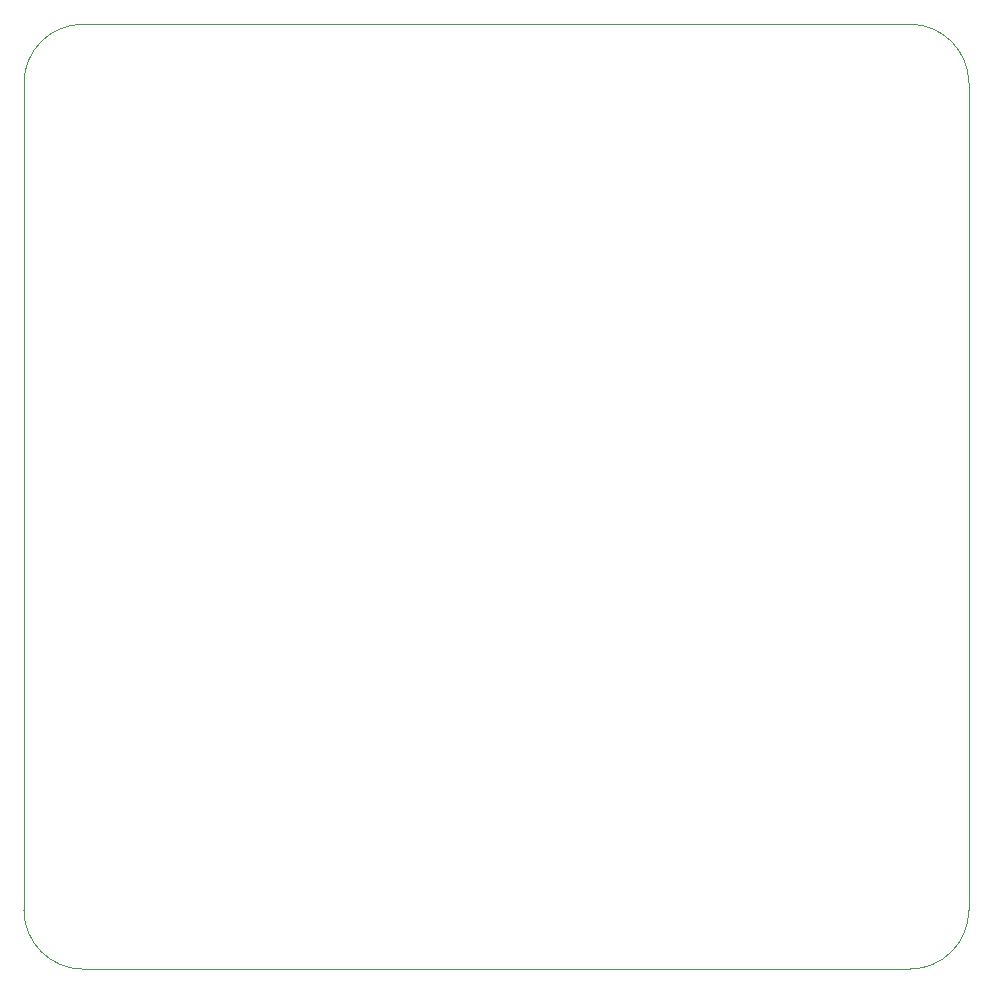
<source format=gbr>
%TF.GenerationSoftware,KiCad,Pcbnew,8.0.5*%
%TF.CreationDate,2024-09-30T23:59:36-04:00*%
%TF.ProjectId,TPA3122D2_Amplifier_lcsc,54504133-3132-4324-9432-5f416d706c69,rev?*%
%TF.SameCoordinates,Original*%
%TF.FileFunction,Profile,NP*%
%FSLAX46Y46*%
G04 Gerber Fmt 4.6, Leading zero omitted, Abs format (unit mm)*
G04 Created by KiCad (PCBNEW 8.0.5) date 2024-09-30 23:59:36*
%MOMM*%
%LPD*%
G01*
G04 APERTURE LIST*
%TA.AperFunction,Profile*%
%ADD10C,0.050000*%
%TD*%
G04 APERTURE END LIST*
D10*
X175000000Y-50000000D02*
G75*
G02*
X180000000Y-55000000I0J-5000000D01*
G01*
X100000000Y-125000000D02*
X100000000Y-55000000D01*
X100000000Y-55000000D02*
G75*
G02*
X105000000Y-50000000I5000000J0D01*
G01*
X175000000Y-130000000D02*
X105000000Y-130000000D01*
X180000000Y-125000000D02*
G75*
G02*
X175000000Y-130000000I-5000000J0D01*
G01*
X105000000Y-50000000D02*
X175000000Y-50000000D01*
X105000000Y-130000000D02*
G75*
G02*
X100000000Y-125000000I0J5000000D01*
G01*
X180000000Y-55000000D02*
X180000000Y-125000000D01*
M02*

</source>
